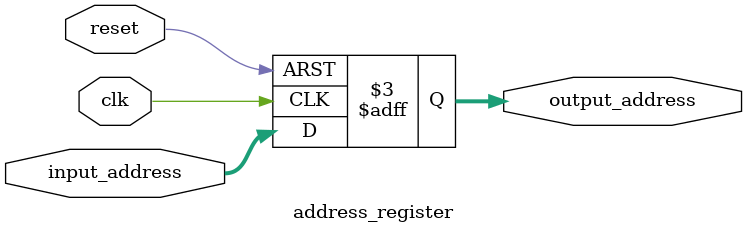
<source format=v>
module address_register(
  input clk,
  input reset,
  input [31:0] input_address,
  output reg [31:0] output_address
);

  always @(posedge clk or negedge reset) begin
    if (!reset) begin
      output_address <= 32'b0;
    end else begin
      output_address <= input_address;
    end
  end

endmodule


</source>
